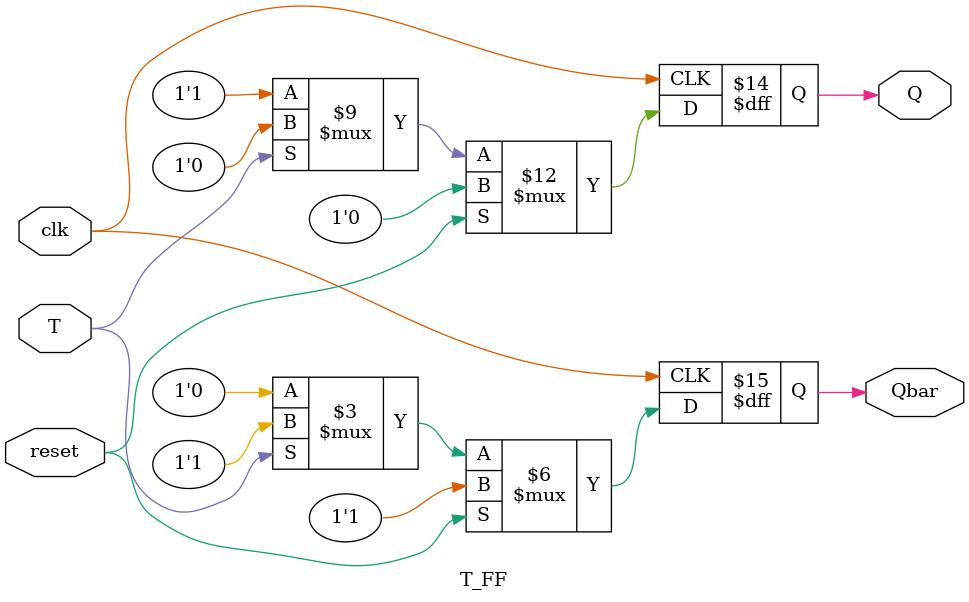
<source format=v>
`timescale 1ns / 1ps

module T_FF(
    input clk,
    input reset,
    input T,
    output reg Q,
    output reg Qbar
    );

always @(posedge clk) //synhcronous reset
begin 
Q=1'b1; Qbar=1'b0;

if(reset) begin
Q<=0; Qbar<=1;
end

else if(T) begin
Q<=0; Qbar<=1;
end

else
begin
Q<=1; Qbar<=0;
end

end
endmodule

</source>
